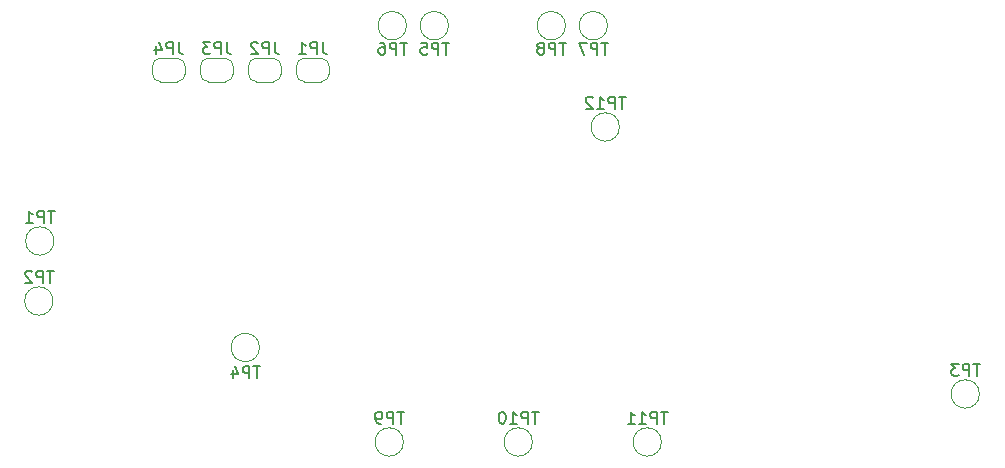
<source format=gbo>
G04 #@! TF.GenerationSoftware,KiCad,Pcbnew,6.0.10-86aedd382b~118~ubuntu18.04.1*
G04 #@! TF.CreationDate,2024-08-26T14:20:04-06:00*
G04 #@! TF.ProjectId,ckt-iiab,636b742d-6969-4616-922e-6b696361645f,rev?*
G04 #@! TF.SameCoordinates,Original*
G04 #@! TF.FileFunction,Legend,Bot*
G04 #@! TF.FilePolarity,Positive*
%FSLAX46Y46*%
G04 Gerber Fmt 4.6, Leading zero omitted, Abs format (unit mm)*
G04 Created by KiCad (PCBNEW 6.0.10-86aedd382b~118~ubuntu18.04.1) date 2024-08-26 14:20:04*
%MOMM*%
%LPD*%
G01*
G04 APERTURE LIST*
%ADD10C,0.150000*%
%ADD11C,0.120000*%
G04 APERTURE END LIST*
D10*
X134484904Y-83042380D02*
X133913476Y-83042380D01*
X134199190Y-84042380D02*
X134199190Y-83042380D01*
X133580142Y-84042380D02*
X133580142Y-83042380D01*
X133199190Y-83042380D01*
X133103952Y-83090000D01*
X133056333Y-83137619D01*
X133008714Y-83232857D01*
X133008714Y-83375714D01*
X133056333Y-83470952D01*
X133103952Y-83518571D01*
X133199190Y-83566190D01*
X133580142Y-83566190D01*
X132675380Y-83042380D02*
X132008714Y-83042380D01*
X132437285Y-84042380D01*
X139533095Y-114294380D02*
X138961666Y-114294380D01*
X139247380Y-115294380D02*
X139247380Y-114294380D01*
X138628333Y-115294380D02*
X138628333Y-114294380D01*
X138247380Y-114294380D01*
X138152142Y-114342000D01*
X138104523Y-114389619D01*
X138056904Y-114484857D01*
X138056904Y-114627714D01*
X138104523Y-114722952D01*
X138152142Y-114770571D01*
X138247380Y-114818190D01*
X138628333Y-114818190D01*
X137104523Y-115294380D02*
X137675952Y-115294380D01*
X137390238Y-115294380D02*
X137390238Y-114294380D01*
X137485476Y-114437238D01*
X137580714Y-114532476D01*
X137675952Y-114580095D01*
X136152142Y-115294380D02*
X136723571Y-115294380D01*
X136437857Y-115294380D02*
X136437857Y-114294380D01*
X136533095Y-114437238D01*
X136628333Y-114532476D01*
X136723571Y-114580095D01*
X128611095Y-114294380D02*
X128039666Y-114294380D01*
X128325380Y-115294380D02*
X128325380Y-114294380D01*
X127706333Y-115294380D02*
X127706333Y-114294380D01*
X127325380Y-114294380D01*
X127230142Y-114342000D01*
X127182523Y-114389619D01*
X127134904Y-114484857D01*
X127134904Y-114627714D01*
X127182523Y-114722952D01*
X127230142Y-114770571D01*
X127325380Y-114818190D01*
X127706333Y-114818190D01*
X126182523Y-115294380D02*
X126753952Y-115294380D01*
X126468238Y-115294380D02*
X126468238Y-114294380D01*
X126563476Y-114437238D01*
X126658714Y-114532476D01*
X126753952Y-114580095D01*
X125563476Y-114294380D02*
X125468238Y-114294380D01*
X125373000Y-114342000D01*
X125325380Y-114389619D01*
X125277761Y-114484857D01*
X125230142Y-114675333D01*
X125230142Y-114913428D01*
X125277761Y-115103904D01*
X125325380Y-115199142D01*
X125373000Y-115246761D01*
X125468238Y-115294380D01*
X125563476Y-115294380D01*
X125658714Y-115246761D01*
X125706333Y-115199142D01*
X125753952Y-115103904D01*
X125801571Y-114913428D01*
X125801571Y-114675333D01*
X125753952Y-114484857D01*
X125706333Y-114389619D01*
X125658714Y-114342000D01*
X125563476Y-114294380D01*
X165980904Y-110230380D02*
X165409476Y-110230380D01*
X165695190Y-111230380D02*
X165695190Y-110230380D01*
X165076142Y-111230380D02*
X165076142Y-110230380D01*
X164695190Y-110230380D01*
X164599952Y-110278000D01*
X164552333Y-110325619D01*
X164504714Y-110420857D01*
X164504714Y-110563714D01*
X164552333Y-110658952D01*
X164599952Y-110706571D01*
X164695190Y-110754190D01*
X165076142Y-110754190D01*
X164171380Y-110230380D02*
X163552333Y-110230380D01*
X163885666Y-110611333D01*
X163742809Y-110611333D01*
X163647571Y-110658952D01*
X163599952Y-110706571D01*
X163552333Y-110801809D01*
X163552333Y-111039904D01*
X163599952Y-111135142D01*
X163647571Y-111182761D01*
X163742809Y-111230380D01*
X164028523Y-111230380D01*
X164123761Y-111182761D01*
X164171380Y-111135142D01*
X106243333Y-82996380D02*
X106243333Y-83710666D01*
X106290952Y-83853523D01*
X106386190Y-83948761D01*
X106529047Y-83996380D01*
X106624285Y-83996380D01*
X105767142Y-83996380D02*
X105767142Y-82996380D01*
X105386190Y-82996380D01*
X105290952Y-83044000D01*
X105243333Y-83091619D01*
X105195714Y-83186857D01*
X105195714Y-83329714D01*
X105243333Y-83424952D01*
X105290952Y-83472571D01*
X105386190Y-83520190D01*
X105767142Y-83520190D01*
X104814761Y-83091619D02*
X104767142Y-83044000D01*
X104671904Y-82996380D01*
X104433809Y-82996380D01*
X104338571Y-83044000D01*
X104290952Y-83091619D01*
X104243333Y-83186857D01*
X104243333Y-83282095D01*
X104290952Y-83424952D01*
X104862380Y-83996380D01*
X104243333Y-83996380D01*
X105020904Y-110450380D02*
X104449476Y-110450380D01*
X104735190Y-111450380D02*
X104735190Y-110450380D01*
X104116142Y-111450380D02*
X104116142Y-110450380D01*
X103735190Y-110450380D01*
X103639952Y-110498000D01*
X103592333Y-110545619D01*
X103544714Y-110640857D01*
X103544714Y-110783714D01*
X103592333Y-110878952D01*
X103639952Y-110926571D01*
X103735190Y-110974190D01*
X104116142Y-110974190D01*
X102687571Y-110783714D02*
X102687571Y-111450380D01*
X102925666Y-110402761D02*
X103163761Y-111117047D01*
X102544714Y-111117047D01*
X110307333Y-82996380D02*
X110307333Y-83710666D01*
X110354952Y-83853523D01*
X110450190Y-83948761D01*
X110593047Y-83996380D01*
X110688285Y-83996380D01*
X109831142Y-83996380D02*
X109831142Y-82996380D01*
X109450190Y-82996380D01*
X109354952Y-83044000D01*
X109307333Y-83091619D01*
X109259714Y-83186857D01*
X109259714Y-83329714D01*
X109307333Y-83424952D01*
X109354952Y-83472571D01*
X109450190Y-83520190D01*
X109831142Y-83520190D01*
X108307333Y-83996380D02*
X108878761Y-83996380D01*
X108593047Y-83996380D02*
X108593047Y-82996380D01*
X108688285Y-83139238D01*
X108783523Y-83234476D01*
X108878761Y-83282095D01*
X130928904Y-83042380D02*
X130357476Y-83042380D01*
X130643190Y-84042380D02*
X130643190Y-83042380D01*
X130024142Y-84042380D02*
X130024142Y-83042380D01*
X129643190Y-83042380D01*
X129547952Y-83090000D01*
X129500333Y-83137619D01*
X129452714Y-83232857D01*
X129452714Y-83375714D01*
X129500333Y-83470952D01*
X129547952Y-83518571D01*
X129643190Y-83566190D01*
X130024142Y-83566190D01*
X128881285Y-83470952D02*
X128976523Y-83423333D01*
X129024142Y-83375714D01*
X129071761Y-83280476D01*
X129071761Y-83232857D01*
X129024142Y-83137619D01*
X128976523Y-83090000D01*
X128881285Y-83042380D01*
X128690809Y-83042380D01*
X128595571Y-83090000D01*
X128547952Y-83137619D01*
X128500333Y-83232857D01*
X128500333Y-83280476D01*
X128547952Y-83375714D01*
X128595571Y-83423333D01*
X128690809Y-83470952D01*
X128881285Y-83470952D01*
X128976523Y-83518571D01*
X129024142Y-83566190D01*
X129071761Y-83661428D01*
X129071761Y-83851904D01*
X129024142Y-83947142D01*
X128976523Y-83994761D01*
X128881285Y-84042380D01*
X128690809Y-84042380D01*
X128595571Y-83994761D01*
X128547952Y-83947142D01*
X128500333Y-83851904D01*
X128500333Y-83661428D01*
X128547952Y-83566190D01*
X128595571Y-83518571D01*
X128690809Y-83470952D01*
X135977095Y-87624380D02*
X135405666Y-87624380D01*
X135691380Y-88624380D02*
X135691380Y-87624380D01*
X135072333Y-88624380D02*
X135072333Y-87624380D01*
X134691380Y-87624380D01*
X134596142Y-87672000D01*
X134548523Y-87719619D01*
X134500904Y-87814857D01*
X134500904Y-87957714D01*
X134548523Y-88052952D01*
X134596142Y-88100571D01*
X134691380Y-88148190D01*
X135072333Y-88148190D01*
X133548523Y-88624380D02*
X134119952Y-88624380D01*
X133834238Y-88624380D02*
X133834238Y-87624380D01*
X133929476Y-87767238D01*
X134024714Y-87862476D01*
X134119952Y-87910095D01*
X133167571Y-87719619D02*
X133119952Y-87672000D01*
X133024714Y-87624380D01*
X132786619Y-87624380D01*
X132691380Y-87672000D01*
X132643761Y-87719619D01*
X132596142Y-87814857D01*
X132596142Y-87910095D01*
X132643761Y-88052952D01*
X133215190Y-88624380D01*
X132596142Y-88624380D01*
X121022904Y-83042380D02*
X120451476Y-83042380D01*
X120737190Y-84042380D02*
X120737190Y-83042380D01*
X120118142Y-84042380D02*
X120118142Y-83042380D01*
X119737190Y-83042380D01*
X119641952Y-83090000D01*
X119594333Y-83137619D01*
X119546714Y-83232857D01*
X119546714Y-83375714D01*
X119594333Y-83470952D01*
X119641952Y-83518571D01*
X119737190Y-83566190D01*
X120118142Y-83566190D01*
X118641952Y-83042380D02*
X119118142Y-83042380D01*
X119165761Y-83518571D01*
X119118142Y-83470952D01*
X119022904Y-83423333D01*
X118784809Y-83423333D01*
X118689571Y-83470952D01*
X118641952Y-83518571D01*
X118594333Y-83613809D01*
X118594333Y-83851904D01*
X118641952Y-83947142D01*
X118689571Y-83994761D01*
X118784809Y-84042380D01*
X119022904Y-84042380D01*
X119118142Y-83994761D01*
X119165761Y-83947142D01*
X102179333Y-82996380D02*
X102179333Y-83710666D01*
X102226952Y-83853523D01*
X102322190Y-83948761D01*
X102465047Y-83996380D01*
X102560285Y-83996380D01*
X101703142Y-83996380D02*
X101703142Y-82996380D01*
X101322190Y-82996380D01*
X101226952Y-83044000D01*
X101179333Y-83091619D01*
X101131714Y-83186857D01*
X101131714Y-83329714D01*
X101179333Y-83424952D01*
X101226952Y-83472571D01*
X101322190Y-83520190D01*
X101703142Y-83520190D01*
X100798380Y-82996380D02*
X100179333Y-82996380D01*
X100512666Y-83377333D01*
X100369809Y-83377333D01*
X100274571Y-83424952D01*
X100226952Y-83472571D01*
X100179333Y-83567809D01*
X100179333Y-83805904D01*
X100226952Y-83901142D01*
X100274571Y-83948761D01*
X100369809Y-83996380D01*
X100655523Y-83996380D01*
X100750761Y-83948761D01*
X100798380Y-83901142D01*
X87621904Y-97276380D02*
X87050476Y-97276380D01*
X87336190Y-98276380D02*
X87336190Y-97276380D01*
X86717142Y-98276380D02*
X86717142Y-97276380D01*
X86336190Y-97276380D01*
X86240952Y-97324000D01*
X86193333Y-97371619D01*
X86145714Y-97466857D01*
X86145714Y-97609714D01*
X86193333Y-97704952D01*
X86240952Y-97752571D01*
X86336190Y-97800190D01*
X86717142Y-97800190D01*
X85193333Y-98276380D02*
X85764761Y-98276380D01*
X85479047Y-98276380D02*
X85479047Y-97276380D01*
X85574285Y-97419238D01*
X85669523Y-97514476D01*
X85764761Y-97562095D01*
X87541904Y-102356380D02*
X86970476Y-102356380D01*
X87256190Y-103356380D02*
X87256190Y-102356380D01*
X86637142Y-103356380D02*
X86637142Y-102356380D01*
X86256190Y-102356380D01*
X86160952Y-102404000D01*
X86113333Y-102451619D01*
X86065714Y-102546857D01*
X86065714Y-102689714D01*
X86113333Y-102784952D01*
X86160952Y-102832571D01*
X86256190Y-102880190D01*
X86637142Y-102880190D01*
X85684761Y-102451619D02*
X85637142Y-102404000D01*
X85541904Y-102356380D01*
X85303809Y-102356380D01*
X85208571Y-102404000D01*
X85160952Y-102451619D01*
X85113333Y-102546857D01*
X85113333Y-102642095D01*
X85160952Y-102784952D01*
X85732380Y-103356380D01*
X85113333Y-103356380D01*
X117466904Y-83042380D02*
X116895476Y-83042380D01*
X117181190Y-84042380D02*
X117181190Y-83042380D01*
X116562142Y-84042380D02*
X116562142Y-83042380D01*
X116181190Y-83042380D01*
X116085952Y-83090000D01*
X116038333Y-83137619D01*
X115990714Y-83232857D01*
X115990714Y-83375714D01*
X116038333Y-83470952D01*
X116085952Y-83518571D01*
X116181190Y-83566190D01*
X116562142Y-83566190D01*
X115133571Y-83042380D02*
X115324047Y-83042380D01*
X115419285Y-83090000D01*
X115466904Y-83137619D01*
X115562142Y-83280476D01*
X115609761Y-83470952D01*
X115609761Y-83851904D01*
X115562142Y-83947142D01*
X115514523Y-83994761D01*
X115419285Y-84042380D01*
X115228809Y-84042380D01*
X115133571Y-83994761D01*
X115085952Y-83947142D01*
X115038333Y-83851904D01*
X115038333Y-83613809D01*
X115085952Y-83518571D01*
X115133571Y-83470952D01*
X115228809Y-83423333D01*
X115419285Y-83423333D01*
X115514523Y-83470952D01*
X115562142Y-83518571D01*
X115609761Y-83613809D01*
X117212904Y-114294380D02*
X116641476Y-114294380D01*
X116927190Y-115294380D02*
X116927190Y-114294380D01*
X116308142Y-115294380D02*
X116308142Y-114294380D01*
X115927190Y-114294380D01*
X115831952Y-114342000D01*
X115784333Y-114389619D01*
X115736714Y-114484857D01*
X115736714Y-114627714D01*
X115784333Y-114722952D01*
X115831952Y-114770571D01*
X115927190Y-114818190D01*
X116308142Y-114818190D01*
X115260523Y-115294380D02*
X115070047Y-115294380D01*
X114974809Y-115246761D01*
X114927190Y-115199142D01*
X114831952Y-115056285D01*
X114784333Y-114865809D01*
X114784333Y-114484857D01*
X114831952Y-114389619D01*
X114879571Y-114342000D01*
X114974809Y-114294380D01*
X115165285Y-114294380D01*
X115260523Y-114342000D01*
X115308142Y-114389619D01*
X115355761Y-114484857D01*
X115355761Y-114722952D01*
X115308142Y-114818190D01*
X115260523Y-114865809D01*
X115165285Y-114913428D01*
X114974809Y-114913428D01*
X114879571Y-114865809D01*
X114831952Y-114818190D01*
X114784333Y-114722952D01*
X98115333Y-82996380D02*
X98115333Y-83710666D01*
X98162952Y-83853523D01*
X98258190Y-83948761D01*
X98401047Y-83996380D01*
X98496285Y-83996380D01*
X97639142Y-83996380D02*
X97639142Y-82996380D01*
X97258190Y-82996380D01*
X97162952Y-83044000D01*
X97115333Y-83091619D01*
X97067714Y-83186857D01*
X97067714Y-83329714D01*
X97115333Y-83424952D01*
X97162952Y-83472571D01*
X97258190Y-83520190D01*
X97639142Y-83520190D01*
X96210571Y-83329714D02*
X96210571Y-83996380D01*
X96448666Y-82948761D02*
X96686761Y-83663047D01*
X96067714Y-83663047D01*
D11*
X134423000Y-81592000D02*
G75*
G03*
X134423000Y-81592000I-1200000J0D01*
G01*
X138995000Y-116840000D02*
G75*
G03*
X138995000Y-116840000I-1200000J0D01*
G01*
X128073000Y-116840000D02*
G75*
G03*
X128073000Y-116840000I-1200000J0D01*
G01*
X165919000Y-112776000D02*
G75*
G03*
X165919000Y-112776000I-1200000J0D01*
G01*
X106110000Y-84344000D02*
X104710000Y-84344000D01*
X104010000Y-85044000D02*
X104010000Y-85644000D01*
X106810000Y-85644000D02*
X106810000Y-85044000D01*
X104710000Y-86344000D02*
X106110000Y-86344000D01*
X106110000Y-86344000D02*
G75*
G03*
X106810000Y-85644000I1J699999D01*
G01*
X106810000Y-85044000D02*
G75*
G03*
X106110000Y-84344000I-699999J1D01*
G01*
X104710000Y-84344000D02*
G75*
G03*
X104010000Y-85044000I0J-700000D01*
G01*
X104010000Y-85644000D02*
G75*
G03*
X104710000Y-86344000I700000J0D01*
G01*
X104959000Y-108839000D02*
G75*
G03*
X104959000Y-108839000I-1200000J0D01*
G01*
X110174000Y-84344000D02*
X108774000Y-84344000D01*
X108774000Y-86344000D02*
X110174000Y-86344000D01*
X108074000Y-85044000D02*
X108074000Y-85644000D01*
X110874000Y-85644000D02*
X110874000Y-85044000D01*
X110174000Y-86344000D02*
G75*
G03*
X110874000Y-85644000I1J699999D01*
G01*
X110874000Y-85044000D02*
G75*
G03*
X110174000Y-84344000I-699999J1D01*
G01*
X108774000Y-84344000D02*
G75*
G03*
X108074000Y-85044000I0J-700000D01*
G01*
X108074000Y-85644000D02*
G75*
G03*
X108774000Y-86344000I700000J0D01*
G01*
X130867000Y-81592000D02*
G75*
G03*
X130867000Y-81592000I-1200000J0D01*
G01*
X135439000Y-90170000D02*
G75*
G03*
X135439000Y-90170000I-1200000J0D01*
G01*
X120961000Y-81592000D02*
G75*
G03*
X120961000Y-81592000I-1200000J0D01*
G01*
X99946000Y-85044000D02*
X99946000Y-85644000D01*
X102746000Y-85644000D02*
X102746000Y-85044000D01*
X100646000Y-86344000D02*
X102046000Y-86344000D01*
X102046000Y-84344000D02*
X100646000Y-84344000D01*
X102746000Y-85044000D02*
G75*
G03*
X102046000Y-84344000I-699999J1D01*
G01*
X99946000Y-85644000D02*
G75*
G03*
X100646000Y-86344000I700000J0D01*
G01*
X100646000Y-84344000D02*
G75*
G03*
X99946000Y-85044000I0J-700000D01*
G01*
X102046000Y-86344000D02*
G75*
G03*
X102746000Y-85644000I1J699999D01*
G01*
X87560000Y-99822000D02*
G75*
G03*
X87560000Y-99822000I-1200000J0D01*
G01*
X87480000Y-104902000D02*
G75*
G03*
X87480000Y-104902000I-1200000J0D01*
G01*
X117405000Y-81592000D02*
G75*
G03*
X117405000Y-81592000I-1200000J0D01*
G01*
X117151000Y-116840000D02*
G75*
G03*
X117151000Y-116840000I-1200000J0D01*
G01*
X96582000Y-86344000D02*
X97982000Y-86344000D01*
X98682000Y-85644000D02*
X98682000Y-85044000D01*
X95882000Y-85044000D02*
X95882000Y-85644000D01*
X97982000Y-84344000D02*
X96582000Y-84344000D01*
X95882000Y-85644000D02*
G75*
G03*
X96582000Y-86344000I700000J0D01*
G01*
X96582000Y-84344000D02*
G75*
G03*
X95882000Y-85044000I0J-700000D01*
G01*
X97982000Y-86344000D02*
G75*
G03*
X98682000Y-85644000I1J699999D01*
G01*
X98682000Y-85044000D02*
G75*
G03*
X97982000Y-84344000I-699999J1D01*
G01*
M02*

</source>
